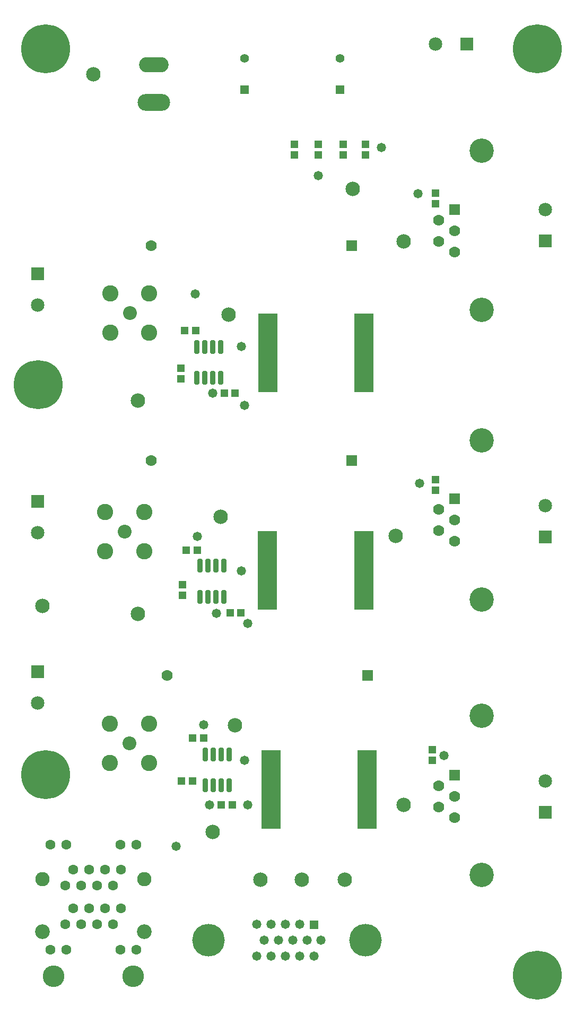
<source format=gts>
G04*
G04 #@! TF.GenerationSoftware,Altium Limited,Altium Designer,21.2.2 (38)*
G04*
G04 Layer_Color=8388736*
%FSLAX25Y25*%
%MOIN*%
G70*
G04*
G04 #@! TF.SameCoordinates,792C9601-BB9D-439A-8D0C-CF73BBC84E9B*
G04*
G04*
G04 #@! TF.FilePolarity,Negative*
G04*
G01*
G75*
%ADD18R,0.12402X0.49213*%
G04:AMPARAMS|DCode=22|XSize=85.56mil|YSize=31.62mil|CornerRadius=6.95mil|HoleSize=0mil|Usage=FLASHONLY|Rotation=270.000|XOffset=0mil|YOffset=0mil|HoleType=Round|Shape=RoundedRectangle|*
%AMROUNDEDRECTD22*
21,1,0.08556,0.01772,0,0,270.0*
21,1,0.07165,0.03162,0,0,270.0*
1,1,0.01391,-0.00886,-0.03583*
1,1,0.01391,-0.00886,0.03583*
1,1,0.01391,0.00886,0.03583*
1,1,0.01391,0.00886,-0.03583*
%
%ADD22ROUNDEDRECTD22*%
%ADD23R,0.04540X0.04540*%
%ADD24R,0.04540X0.04540*%
%ADD25C,0.09068*%
%ADD26C,0.10249*%
%ADD27C,0.08674*%
%ADD28C,0.15300*%
%ADD29R,0.07000X0.07000*%
%ADD30C,0.07000*%
%ADD31C,0.06300*%
%ADD32C,0.09200*%
%ADD33C,0.09000*%
%ADD34C,0.13600*%
%ADD35C,0.05600*%
%ADD36R,0.05600X0.05600*%
%ADD37C,0.20485*%
%ADD38C,0.05800*%
%ADD39R,0.05800X0.05800*%
%ADD40R,0.08477X0.08477*%
%ADD41C,0.08477*%
%ADD42R,0.08477X0.08477*%
%ADD43C,0.03800*%
%ADD44C,0.30800*%
%ADD45O,0.20485X0.10642*%
%ADD46O,0.18517X0.09658*%
%ADD47R,0.07000X0.07000*%
D18*
X806684Y240800D02*
D03*
X867117D02*
D03*
X865016Y378500D02*
D03*
X804583D02*
D03*
X865217Y515000D02*
D03*
X804784D02*
D03*
D22*
X777000Y381224D02*
D03*
X772000D02*
D03*
X767000D02*
D03*
X762000D02*
D03*
Y361776D02*
D03*
X767000D02*
D03*
X772000D02*
D03*
X777000D02*
D03*
X775000Y518724D02*
D03*
X770000D02*
D03*
X765000D02*
D03*
X760000D02*
D03*
Y499276D02*
D03*
X765000D02*
D03*
X770000D02*
D03*
X775000D02*
D03*
X780500Y243276D02*
D03*
X775500D02*
D03*
X770500D02*
D03*
X765500D02*
D03*
Y262724D02*
D03*
X770500D02*
D03*
X775500D02*
D03*
X780500D02*
D03*
D23*
X787947Y351700D02*
D03*
X781253D02*
D03*
X760347Y391000D02*
D03*
X753653D02*
D03*
X777554Y489800D02*
D03*
X784246D02*
D03*
X752654Y529000D02*
D03*
X759346D02*
D03*
X757346Y246000D02*
D03*
X750654D02*
D03*
X782346Y231000D02*
D03*
X775654D02*
D03*
X764347Y273000D02*
D03*
X757654D02*
D03*
D24*
X750000Y505346D02*
D03*
Y498654D02*
D03*
X821425Y646134D02*
D03*
Y639441D02*
D03*
X836425Y646134D02*
D03*
Y639441D02*
D03*
X852000D02*
D03*
Y646134D02*
D03*
X866000D02*
D03*
Y639441D02*
D03*
X751000Y362653D02*
D03*
Y369346D02*
D03*
X908000Y265693D02*
D03*
Y259000D02*
D03*
X910000Y435347D02*
D03*
Y428653D02*
D03*
Y608653D02*
D03*
Y615346D02*
D03*
D25*
X800000Y184000D02*
D03*
X826000D02*
D03*
X853000D02*
D03*
X784000Y281000D02*
D03*
X663000Y356000D02*
D03*
X723000Y485000D02*
D03*
X780000Y539000D02*
D03*
X723000Y351000D02*
D03*
X890000Y585000D02*
D03*
X695000Y690000D02*
D03*
X775000Y412000D02*
D03*
X885000Y400000D02*
D03*
X890000Y231000D02*
D03*
X858000Y618000D02*
D03*
X770000Y214000D02*
D03*
D26*
X730323Y527677D02*
D03*
Y552323D02*
D03*
X705677D02*
D03*
Y527677D02*
D03*
X705354Y282146D02*
D03*
X730000D02*
D03*
Y257500D02*
D03*
X705354D02*
D03*
X702354Y415000D02*
D03*
X727000D02*
D03*
Y390354D02*
D03*
X702354D02*
D03*
D27*
X718000Y540000D02*
D03*
X717677Y269823D02*
D03*
X714677Y402677D02*
D03*
D28*
X939000Y187000D02*
D03*
Y287000D02*
D03*
Y542000D02*
D03*
Y642000D02*
D03*
Y460000D02*
D03*
Y360000D02*
D03*
D29*
X922000Y249772D02*
D03*
Y423386D02*
D03*
Y605000D02*
D03*
D30*
X912000Y243079D02*
D03*
X922000Y236386D02*
D03*
X912000Y229693D02*
D03*
X922000Y223000D02*
D03*
Y396614D02*
D03*
X912000Y403307D02*
D03*
X922000Y410000D02*
D03*
X912000Y416693D02*
D03*
X922000Y578228D02*
D03*
X912000Y584921D02*
D03*
X922000Y591614D02*
D03*
X912000Y598307D02*
D03*
X741500Y312500D02*
D03*
X731500Y447500D02*
D03*
X731500Y582500D02*
D03*
D31*
X677500Y156000D02*
D03*
X682500Y166000D02*
D03*
X687500Y156000D02*
D03*
X692500Y166000D02*
D03*
X697500Y156000D02*
D03*
X702500Y166000D02*
D03*
X707500Y156000D02*
D03*
X712500Y166000D02*
D03*
X677500Y180500D02*
D03*
X682500Y190500D02*
D03*
X687500Y180500D02*
D03*
X692500Y190500D02*
D03*
X697500Y180500D02*
D03*
X702500Y190500D02*
D03*
X707500Y180500D02*
D03*
X712500Y190500D02*
D03*
X668000Y206000D02*
D03*
X722000D02*
D03*
X678000D02*
D03*
X712000D02*
D03*
X668000Y140000D02*
D03*
X678000D02*
D03*
X712000D02*
D03*
X722000D02*
D03*
D32*
X663000Y151500D02*
D03*
X727000D02*
D03*
D33*
X663000Y184500D02*
D03*
X727000D02*
D03*
D34*
X670000Y123500D02*
D03*
X720000D02*
D03*
D35*
X790000Y700000D02*
D03*
X850000D02*
D03*
D36*
X790000Y680300D02*
D03*
X850000D02*
D03*
D37*
X767614Y146000D02*
D03*
X866000D02*
D03*
D38*
X838323D02*
D03*
X829346D02*
D03*
X820370D02*
D03*
X811394D02*
D03*
X802417D02*
D03*
X797929Y156000D02*
D03*
X806905D02*
D03*
X815882D02*
D03*
X824858D02*
D03*
X797929Y136000D02*
D03*
X806905D02*
D03*
X815882D02*
D03*
X824858D02*
D03*
X833835D02*
D03*
X876000Y644000D02*
D03*
X792000Y231000D02*
D03*
X788000Y378000D02*
D03*
X792000Y345000D02*
D03*
X760346Y399646D02*
D03*
X772400Y351400D02*
D03*
X759000Y552000D02*
D03*
X770075Y489825D02*
D03*
X788000Y519000D02*
D03*
X915494Y262000D02*
D03*
X790000Y482000D02*
D03*
Y259000D02*
D03*
X747000Y205000D02*
D03*
X900000Y433000D02*
D03*
X899000Y615000D02*
D03*
X836425Y626375D02*
D03*
X768200Y230900D02*
D03*
X764346Y281446D02*
D03*
D39*
X833756Y155842D02*
D03*
D40*
X929842Y709000D02*
D03*
D41*
X910157D02*
D03*
X979000Y246180D02*
D03*
Y419180D02*
D03*
Y605000D02*
D03*
X660000Y545157D02*
D03*
Y402157D02*
D03*
Y295158D02*
D03*
D42*
X979000Y226495D02*
D03*
Y399495D02*
D03*
Y585315D02*
D03*
X660000Y564843D02*
D03*
Y421842D02*
D03*
Y314843D02*
D03*
D43*
X974000Y135345D02*
D03*
X985250Y124094D02*
D03*
X974000Y112845D02*
D03*
X962750Y124094D02*
D03*
X964157Y130000D02*
D03*
X968095Y133937D02*
D03*
Y114252D02*
D03*
X983842Y118189D02*
D03*
X979906Y133937D02*
D03*
X964157Y118189D02*
D03*
X979906Y114252D02*
D03*
X983842Y130000D02*
D03*
X660500Y506250D02*
D03*
X671750Y495000D02*
D03*
X660500Y483750D02*
D03*
X649250Y495000D02*
D03*
X650658Y500906D02*
D03*
X654595Y504843D02*
D03*
Y485157D02*
D03*
X670342Y489094D02*
D03*
X666405Y504843D02*
D03*
X650658Y489094D02*
D03*
X666405Y485157D02*
D03*
X670342Y500906D02*
D03*
X665000Y261250D02*
D03*
X676250Y250000D02*
D03*
X665000Y238750D02*
D03*
X653750Y250000D02*
D03*
X655158Y255906D02*
D03*
X659094Y259842D02*
D03*
Y240158D02*
D03*
X674843Y244094D02*
D03*
X670905Y259842D02*
D03*
X655158Y244094D02*
D03*
X670905Y240158D02*
D03*
X674843Y255906D02*
D03*
X665000Y717250D02*
D03*
X676250Y706000D02*
D03*
X665000Y694750D02*
D03*
X653750Y706000D02*
D03*
X655158Y711905D02*
D03*
X659094Y715842D02*
D03*
Y696158D02*
D03*
X674843Y700095D02*
D03*
X670905Y715842D02*
D03*
X655158Y700095D02*
D03*
X670905Y696158D02*
D03*
X674843Y711905D02*
D03*
X974000Y717250D02*
D03*
X985250Y706000D02*
D03*
X974000Y694750D02*
D03*
X962750Y706000D02*
D03*
X964157Y711905D02*
D03*
X968095Y715842D02*
D03*
Y696158D02*
D03*
X983842Y700095D02*
D03*
X979906Y715842D02*
D03*
X964157Y700095D02*
D03*
X979906Y696158D02*
D03*
X983842Y711905D02*
D03*
D44*
X974000Y124094D02*
D03*
X660500Y495000D02*
D03*
X665000Y250000D02*
D03*
Y706000D02*
D03*
X974000D02*
D03*
D45*
X733000Y672378D02*
D03*
D46*
Y696000D02*
D03*
D47*
X867500Y312500D02*
D03*
X857500Y447500D02*
D03*
X857500Y582500D02*
D03*
M02*

</source>
